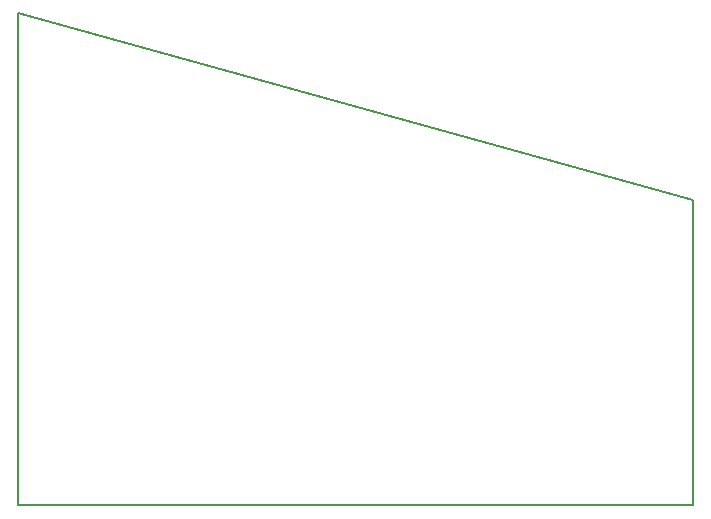
<source format=gm1>
G04 #@! TF.GenerationSoftware,KiCad,Pcbnew,(5.1.4-0-10_14)*
G04 #@! TF.CreationDate,2020-01-16T11:51:34-05:00*
G04 #@! TF.ProjectId,dashboard_MKV_ewan,64617368-626f-4617-9264-5f4d4b565f65,rev?*
G04 #@! TF.SameCoordinates,Original*
G04 #@! TF.FileFunction,Profile,NP*
%FSLAX46Y46*%
G04 Gerber Fmt 4.6, Leading zero omitted, Abs format (unit mm)*
G04 Created by KiCad (PCBNEW (5.1.4-0-10_14)) date 2020-01-16 11:51:34*
%MOMM*%
%LPD*%
G04 APERTURE LIST*
%ADD10C,0.200000*%
G04 APERTURE END LIST*
D10*
X226491800Y-70383400D02*
X169341800Y-54533800D01*
X169341800Y-96215200D02*
X169341800Y-54533800D01*
X226491800Y-96215200D02*
X169341800Y-96215200D01*
X226491800Y-96215200D02*
X226491800Y-70383400D01*
M02*

</source>
